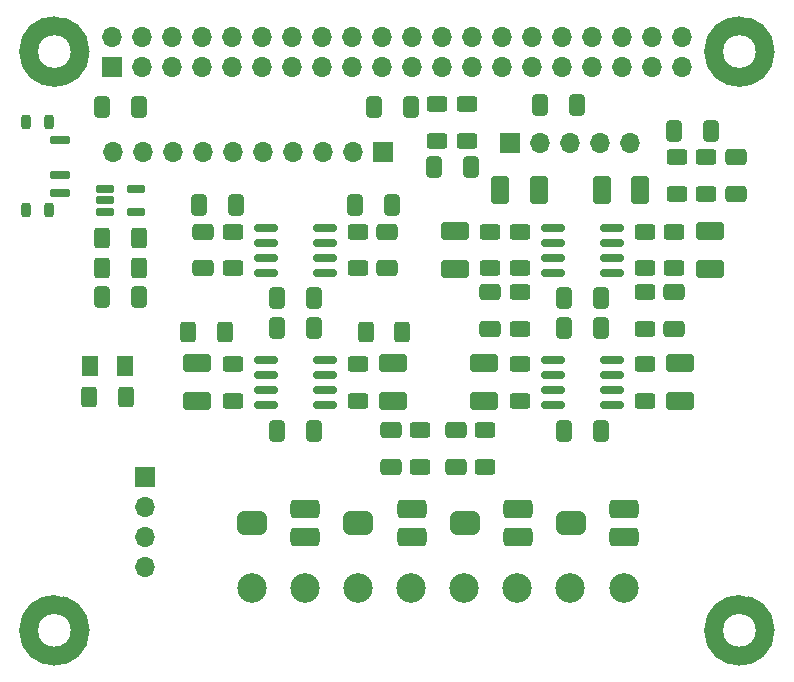
<source format=gts>
G04 #@! TF.GenerationSoftware,KiCad,Pcbnew,(6.0.2)*
G04 #@! TF.CreationDate,2022-03-22T22:10:50-04:00*
G04 #@! TF.ProjectId,PCB,5043422e-6b69-4636-9164-5f7063625858,rev?*
G04 #@! TF.SameCoordinates,Original*
G04 #@! TF.FileFunction,Soldermask,Top*
G04 #@! TF.FilePolarity,Negative*
%FSLAX46Y46*%
G04 Gerber Fmt 4.6, Leading zero omitted, Abs format (unit mm)*
G04 Created by KiCad (PCBNEW (6.0.2)) date 2022-03-22 22:10:50*
%MOMM*%
%LPD*%
G01*
G04 APERTURE LIST*
G04 Aperture macros list*
%AMRoundRect*
0 Rectangle with rounded corners*
0 $1 Rounding radius*
0 $2 $3 $4 $5 $6 $7 $8 $9 X,Y pos of 4 corners*
0 Add a 4 corners polygon primitive as box body*
4,1,4,$2,$3,$4,$5,$6,$7,$8,$9,$2,$3,0*
0 Add four circle primitives for the rounded corners*
1,1,$1+$1,$2,$3*
1,1,$1+$1,$4,$5*
1,1,$1+$1,$6,$7*
1,1,$1+$1,$8,$9*
0 Add four rect primitives between the rounded corners*
20,1,$1+$1,$2,$3,$4,$5,0*
20,1,$1+$1,$4,$5,$6,$7,0*
20,1,$1+$1,$6,$7,$8,$9,0*
20,1,$1+$1,$8,$9,$2,$3,0*%
G04 Aperture macros list end*
%ADD10C,1.625000*%
%ADD11R,1.700000X1.700000*%
%ADD12O,1.700000X1.700000*%
%ADD13RoundRect,0.200000X-0.200000X0.400000X-0.200000X-0.400000X0.200000X-0.400000X0.200000X0.400000X0*%
%ADD14RoundRect,0.175000X-0.675000X0.175000X-0.675000X-0.175000X0.675000X-0.175000X0.675000X0.175000X0*%
%ADD15RoundRect,0.250001X0.499999X0.924999X-0.499999X0.924999X-0.499999X-0.924999X0.499999X-0.924999X0*%
%ADD16RoundRect,0.250000X0.412500X0.650000X-0.412500X0.650000X-0.412500X-0.650000X0.412500X-0.650000X0*%
%ADD17C,2.500000*%
%ADD18RoundRect,0.250001X-0.924999X0.499999X-0.924999X-0.499999X0.924999X-0.499999X0.924999X0.499999X0*%
%ADD19RoundRect,0.250000X-0.412500X-0.650000X0.412500X-0.650000X0.412500X0.650000X-0.412500X0.650000X0*%
%ADD20RoundRect,0.250000X-0.625000X0.400000X-0.625000X-0.400000X0.625000X-0.400000X0.625000X0.400000X0*%
%ADD21RoundRect,0.250000X0.650000X-0.412500X0.650000X0.412500X-0.650000X0.412500X-0.650000X-0.412500X0*%
%ADD22RoundRect,0.400000X-0.850000X0.400000X-0.850000X-0.400000X0.850000X-0.400000X0.850000X0.400000X0*%
%ADD23RoundRect,0.500000X0.750000X-0.500000X0.750000X0.500000X-0.750000X0.500000X-0.750000X-0.500000X0*%
%ADD24RoundRect,0.400000X0.850000X-0.400000X0.850000X0.400000X-0.850000X0.400000X-0.850000X-0.400000X0*%
%ADD25RoundRect,0.150000X0.825000X0.150000X-0.825000X0.150000X-0.825000X-0.150000X0.825000X-0.150000X0*%
%ADD26RoundRect,0.250000X-0.650000X0.412500X-0.650000X-0.412500X0.650000X-0.412500X0.650000X0.412500X0*%
%ADD27RoundRect,0.250001X0.924999X-0.499999X0.924999X0.499999X-0.924999X0.499999X-0.924999X-0.499999X0*%
%ADD28RoundRect,0.250000X-0.400000X-0.625000X0.400000X-0.625000X0.400000X0.625000X-0.400000X0.625000X0*%
%ADD29RoundRect,0.250001X-0.499999X-0.924999X0.499999X-0.924999X0.499999X0.924999X-0.499999X0.924999X0*%
%ADD30RoundRect,0.250000X0.625000X-0.400000X0.625000X0.400000X-0.625000X0.400000X-0.625000X-0.400000X0*%
%ADD31RoundRect,0.250000X0.400000X0.625000X-0.400000X0.625000X-0.400000X-0.625000X0.400000X-0.625000X0*%
%ADD32RoundRect,0.250001X-0.462499X-0.624999X0.462499X-0.624999X0.462499X0.624999X-0.462499X0.624999X0*%
%ADD33RoundRect,0.162500X-0.617500X-0.162500X0.617500X-0.162500X0.617500X0.162500X-0.617500X0.162500X0*%
G04 APERTURE END LIST*
D10*
X153687500Y-83500000D02*
G75*
G03*
X153687500Y-83500000I-2187500J0D01*
G01*
X153687500Y-132500000D02*
G75*
G03*
X153687500Y-132500000I-2187500J0D01*
G01*
X95687500Y-132500000D02*
G75*
G03*
X95687500Y-132500000I-2187500J0D01*
G01*
X95687500Y-83500000D02*
G75*
G03*
X95687500Y-83500000I-2187500J0D01*
G01*
D11*
X101200000Y-119480000D03*
D12*
X101200000Y-122020000D03*
X101200000Y-124560000D03*
X101200000Y-127100000D03*
X142250000Y-91225000D03*
X139710000Y-91225000D03*
X137170000Y-91225000D03*
X134630000Y-91225000D03*
D11*
X132090000Y-91225000D03*
D13*
X93065000Y-89450000D03*
X91135000Y-96950000D03*
X91135000Y-89450000D03*
X93065000Y-96950000D03*
D14*
X93950000Y-90950000D03*
X93950000Y-93950000D03*
X93950000Y-95450000D03*
D15*
X143125000Y-95200000D03*
X139875000Y-95200000D03*
D16*
X128762500Y-93300000D03*
X125637500Y-93300000D03*
D17*
X114700000Y-128900000D03*
D18*
X146500000Y-109875000D03*
X146500000Y-113125000D03*
D19*
X118937500Y-96500000D03*
X122062500Y-96500000D03*
D20*
X132900000Y-109950000D03*
X132900000Y-113050000D03*
D17*
X119200000Y-128900000D03*
D21*
X130400000Y-106962500D03*
X130400000Y-103837500D03*
D20*
X146200000Y-92450000D03*
X146200000Y-95550000D03*
D22*
X123750000Y-122240000D03*
D23*
X119250000Y-123400000D03*
D24*
X123750000Y-124560000D03*
D19*
X112337500Y-106900000D03*
X115462500Y-106900000D03*
D20*
X130000000Y-115550000D03*
X130000000Y-118650000D03*
D17*
X137200000Y-128900000D03*
X141700000Y-128900000D03*
D25*
X116375000Y-102205000D03*
X116375000Y-100935000D03*
X116375000Y-99665000D03*
X116375000Y-98395000D03*
X111425000Y-98395000D03*
X111425000Y-99665000D03*
X111425000Y-100935000D03*
X111425000Y-102205000D03*
D26*
X121700000Y-98737500D03*
X121700000Y-101862500D03*
D20*
X108600000Y-98750000D03*
X108600000Y-101850000D03*
D16*
X100662500Y-104300000D03*
X97537500Y-104300000D03*
D19*
X145937500Y-90200000D03*
X149062500Y-90200000D03*
D25*
X140675000Y-113405000D03*
X140675000Y-112135000D03*
X140675000Y-110865000D03*
X140675000Y-109595000D03*
X135725000Y-109595000D03*
X135725000Y-110865000D03*
X135725000Y-112135000D03*
X135725000Y-113405000D03*
D26*
X127500000Y-115537500D03*
X127500000Y-118662500D03*
D27*
X127400000Y-101925000D03*
X127400000Y-98675000D03*
D20*
X125900000Y-87950000D03*
X125900000Y-91050000D03*
D26*
X122000000Y-115537500D03*
X122000000Y-118662500D03*
D28*
X97550000Y-101800000D03*
X100650000Y-101800000D03*
D21*
X151200000Y-95562500D03*
X151200000Y-92437500D03*
D25*
X140675000Y-102205000D03*
X140675000Y-100935000D03*
X140675000Y-99665000D03*
X140675000Y-98395000D03*
X135725000Y-98395000D03*
X135725000Y-99665000D03*
X135725000Y-100935000D03*
X135725000Y-102205000D03*
D22*
X132750000Y-122240000D03*
D23*
X128250000Y-123400000D03*
D24*
X132750000Y-124560000D03*
D27*
X149000000Y-101925000D03*
X149000000Y-98675000D03*
D18*
X122200000Y-109875000D03*
X122200000Y-113125000D03*
D17*
X132700000Y-128900000D03*
D11*
X121330000Y-92000000D03*
D12*
X118790000Y-92000000D03*
X116250000Y-92000000D03*
X113710000Y-92000000D03*
X111170000Y-92000000D03*
X108630000Y-92000000D03*
X106090000Y-92000000D03*
X103550000Y-92000000D03*
X101010000Y-92000000D03*
X98470000Y-92000000D03*
D25*
X116375000Y-113405000D03*
X116375000Y-112135000D03*
X116375000Y-110865000D03*
X116375000Y-109595000D03*
X111425000Y-109595000D03*
X111425000Y-110865000D03*
X111425000Y-112135000D03*
X111425000Y-113405000D03*
D17*
X128200000Y-128900000D03*
D29*
X131275000Y-95200000D03*
X134525000Y-95200000D03*
D26*
X106100000Y-98737500D03*
X106100000Y-101862500D03*
D16*
X123662500Y-88200000D03*
X120537500Y-88200000D03*
D20*
X146000000Y-98750000D03*
X146000000Y-101850000D03*
D30*
X128400000Y-91050000D03*
X128400000Y-87950000D03*
X132890000Y-106950000D03*
X132890000Y-103850000D03*
X119200000Y-113050000D03*
X119200000Y-109950000D03*
D16*
X108862500Y-96500000D03*
X105737500Y-96500000D03*
D30*
X148700000Y-95550000D03*
X148700000Y-92450000D03*
D17*
X123700000Y-128900000D03*
D31*
X122950000Y-107200000D03*
X119850000Y-107200000D03*
D20*
X124500000Y-115550000D03*
X124500000Y-118650000D03*
D27*
X129900000Y-113125000D03*
X129900000Y-109875000D03*
X105600000Y-113125000D03*
X105600000Y-109875000D03*
D28*
X99550000Y-112730000D03*
X96450000Y-112730000D03*
D20*
X108600000Y-109950000D03*
X108600000Y-113050000D03*
D32*
X99487500Y-110130000D03*
X96512500Y-110130000D03*
D22*
X114750000Y-122240000D03*
D23*
X110250000Y-123400000D03*
D24*
X114750000Y-124560000D03*
D30*
X143500000Y-113050000D03*
X143500000Y-109950000D03*
D19*
X136637500Y-106900000D03*
X139762500Y-106900000D03*
X112337500Y-115600000D03*
X115462500Y-115600000D03*
X136637500Y-104400000D03*
X139762500Y-104400000D03*
X97537500Y-88200000D03*
X100662500Y-88200000D03*
D30*
X132900000Y-101850000D03*
X132900000Y-98750000D03*
D20*
X130400000Y-98750000D03*
X130400000Y-101850000D03*
D19*
X134647500Y-88000000D03*
X137772500Y-88000000D03*
D28*
X104850000Y-107200000D03*
X107950000Y-107200000D03*
D17*
X110200000Y-128900000D03*
D30*
X143500000Y-106950000D03*
X143500000Y-103850000D03*
D22*
X141750000Y-122240000D03*
D23*
X137250000Y-123400000D03*
D24*
X141750000Y-124560000D03*
D30*
X143500000Y-101850000D03*
X143500000Y-98750000D03*
D31*
X100650000Y-99300000D03*
X97550000Y-99300000D03*
D19*
X136637500Y-115600000D03*
X139762500Y-115600000D03*
D21*
X146000000Y-106962500D03*
X146000000Y-103837500D03*
D20*
X119200000Y-98750000D03*
X119200000Y-101850000D03*
D19*
X112337500Y-104400000D03*
X115462500Y-104400000D03*
D33*
X97750000Y-95150000D03*
X97750000Y-96100000D03*
X97750000Y-97050000D03*
X100450000Y-97050000D03*
X100450000Y-95150000D03*
D11*
X98400000Y-84790000D03*
D12*
X98400000Y-82250000D03*
X100940000Y-84790000D03*
X100940000Y-82250000D03*
X103480000Y-84790000D03*
X103480000Y-82250000D03*
X106020000Y-84790000D03*
X106020000Y-82250000D03*
X108560000Y-84790000D03*
X108560000Y-82250000D03*
X111100000Y-84790000D03*
X111100000Y-82250000D03*
X113640000Y-84790000D03*
X113640000Y-82250000D03*
X116180000Y-84790000D03*
X116180000Y-82250000D03*
X118720000Y-84790000D03*
X118720000Y-82250000D03*
X121260000Y-84790000D03*
X121260000Y-82250000D03*
X123800000Y-84790000D03*
X123800000Y-82250000D03*
X126340000Y-84790000D03*
X126340000Y-82250000D03*
X128880000Y-84790000D03*
X128880000Y-82250000D03*
X131420000Y-84790000D03*
X131420000Y-82250000D03*
X133960000Y-84790000D03*
X133960000Y-82250000D03*
X136500000Y-84790000D03*
X136500000Y-82250000D03*
X139040000Y-84790000D03*
X139040000Y-82250000D03*
X141580000Y-84790000D03*
X141580000Y-82250000D03*
X144120000Y-84790000D03*
X144120000Y-82250000D03*
X146660000Y-84790000D03*
X146660000Y-82250000D03*
M02*

</source>
